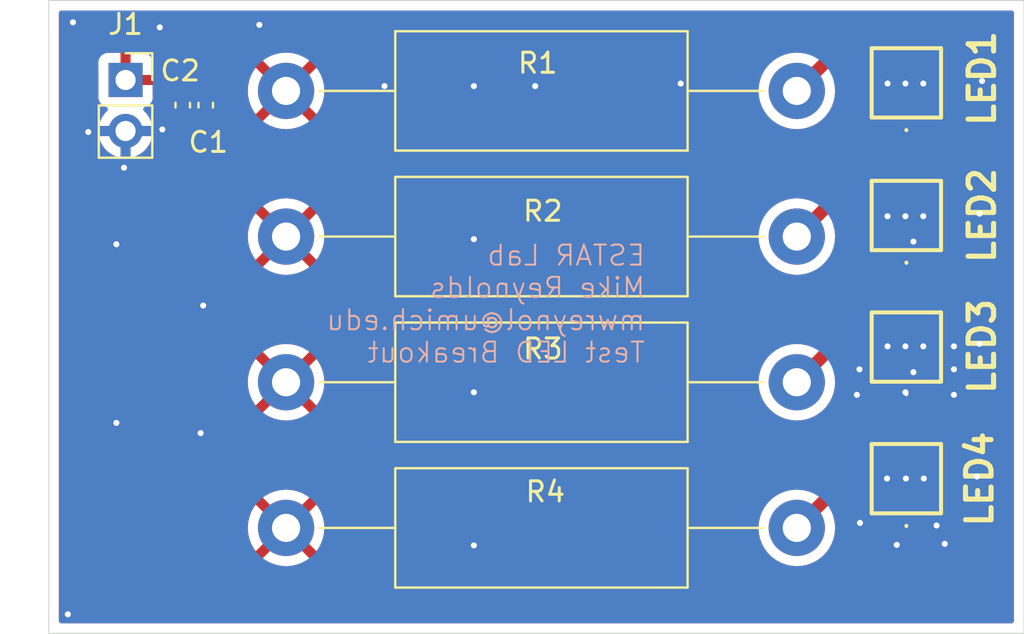
<source format=kicad_pcb>
(kicad_pcb (version 20240108) (generator "pcbnew") (generator_version "8.0")
  (layers (0 "F.Cu" signal) (31 "B.Cu" signal) (34 "B.Paste" user) (35 "F.Paste" user) (36 "B.SilkS" user "B.Silkscreen") (37 "F.SilkS" user "F.Silkscreen") (38 "B.Mask" user) (39 "F.Mask" user) (44 "Edge.Cuts" user))
  (net 0 "")
  (net 1 "VCC")
  (net 2 "GND")
  (net 3 "Net-(LED1-A)")
  (net 4 "Net-(LED2-A)")
  (net 5 "Net-(LED3-A)")
  (net 6 "Net-(LED4-A)")
  (footprint "Capacitor_SMD:C_0402_1005Metric_Pad0.74x0.62mm_HandSolder" (layer "F.Cu") (at 216.662 49.2085 -90)
    (property "Reference" "C2" (at -1.7105 0.127 180) (layer "F.SilkS"))
    (property "Value" "4.7 uF")
    (fp_line (start -0.115835 0.36) (end 0.115835 0.36) (stroke (width 0.12)) (layer "F.SilkS"))
    (fp_line (start -0.115835 -0.36) (end 0.115835 -0.36) (stroke (width 0.12)) (layer "F.SilkS"))
    (pad "1" smd roundrect (at -0.5675 0 270) (size 0.735 0.62) (layers "F.Cu" "F.Paste" "F.Mask") (net 1 "VCC"))
    (pad "2" smd roundrect (at 0.5675 0 270) (size 0.735 0.62) (layers "F.Cu" "F.Paste" "F.Mask") (net 2 "GND"))
  )
  (footprint "Connector_PinSocket_2.54mm:PinSocket_1x02_P2.54mm_Vertical" (layer "F.Cu") (at 213.8172 47.9552)
    (property "Reference" "J1" (at 0 -2.77 0) (layer "F.SilkS"))
    (property "Value" "Conn_01x02_Pin")
    (fp_line (start -1.33 1.27) (end -1.33 3.87) (stroke (width 0.12)) (layer "F.SilkS"))
    (fp_line (start -1.33 1.27) (end 1.33 1.27) (stroke (width 0.12)) (layer "F.SilkS"))
    (fp_line (start -1.33 3.87) (end 1.33 3.87) (stroke (width 0.12)) (layer "F.SilkS"))
    (fp_line (start 0 -1.33) (end 1.33 -1.33) (stroke (width 0.12)) (layer "F.SilkS"))
    (fp_line (start 1.33 -1.33) (end 1.33 0) (stroke (width 0.12)) (layer "F.SilkS"))
    (fp_line (start 1.33 1.27) (end 1.33 3.87) (stroke (width 0.12)) (layer "F.SilkS"))
    (pad "1" thru_hole rect (at 0 0) (size 1.7 1.7) (drill 1) (layers "*.Cu" "*.Mask") (net 1 "VCC"))
    (pad "2" thru_hole oval (at 0 2.54) (size 1.7 1.7) (drill 1) (layers "*.Cu" "*.Mask") (net 2 "GND"))
  )
  (footprint "KiCad:SST10IRB90K85000" (layer "F.Cu") (at 252.65 54.7)
    (property "Reference" "LED2" (at 3.763 0 90) (layer "F.SilkS") (effects (font (size 1.27 1.27) (thickness 0.254))))
    (property "Value" "850" (hide yes))
    (fp_line (start -1.725 -1.725) (end 1.725 -1.725) (stroke (width 0.2)) (layer "F.SilkS"))
    (fp_line (start -1.725 1.725) (end -1.725 -1.725) (stroke (width 0.2)) (layer "F.SilkS"))
    (fp_line (start 0 2.3) (end 0 2.3) (stroke (width 0.1)) (layer "F.SilkS"))
    (fp_line (start 0 2.4) (end 0 2.4) (stroke (width 0.1)) (layer "F.SilkS"))
    (fp_line (start 1.725 -1.725) (end 1.725 1.725) (stroke (width 0.2)) (layer "F.SilkS"))
    (fp_line (start 1.725 1.725) (end -1.725 1.725) (stroke (width 0.2)) (layer "F.SilkS"))
    (fp_arc (start 0 2.3) (mid 0.05 2.35) (end 0 2.4) (stroke (width 0.1)) (layer "F.SilkS"))
    (fp_arc (start 0 2.4) (mid -0.05 2.35) (end 0 2.3) (stroke (width 0.1)) (layer "F.SilkS"))
    (pad "1" smd rect (at 0 1.1 90) (size 0.5 2.7) (layers "F.Cu" "F.Paste" "F.Mask") (net 2 "GND"))
    (pad "2" smd rect (at 0 -1.1 90) (size 0.5 2.7) (layers "F.Cu" "F.Paste" "F.Mask") (net 4 "Net-(LED2-A)"))
    (pad "3" smd rect (at 0 0 90) (size 1 2.7) (layers "F.Cu" "F.Paste" "F.Mask") (net 2 "GND"))
  )
  (footprint "KiCad:SST10IRB90K85000" (layer "F.Cu") (at 252.65 48.1)
    (property "Reference" "LED1" (at 3.763 -0.221 90) (layer "F.SilkS") (effects (font (size 1.27 1.27) (thickness 0.254))))
    (property "Value" "850" (hide yes))
    (fp_line (start -1.725 -1.725) (end 1.725 -1.725) (stroke (width 0.2)) (layer "F.SilkS"))
    (fp_line (start -1.725 1.725) (end -1.725 -1.725) (stroke (width 0.2)) (layer "F.SilkS"))
    (fp_line (start 0 2.3) (end 0 2.3) (stroke (width 0.1)) (layer "F.SilkS"))
    (fp_line (start 0 2.4) (end 0 2.4) (stroke (width 0.1)) (layer "F.SilkS"))
    (fp_line (start 1.725 -1.725) (end 1.725 1.725) (stroke (width 0.2)) (layer "F.SilkS"))
    (fp_line (start 1.725 1.725) (end -1.725 1.725) (stroke (width 0.2)) (layer "F.SilkS"))
    (fp_arc (start 0 2.3) (mid 0.05 2.35) (end 0 2.4) (stroke (width 0.1)) (layer "F.SilkS"))
    (fp_arc (start 0 2.4) (mid -0.05 2.35) (end 0 2.3) (stroke (width 0.1)) (layer "F.SilkS"))
    (pad "1" smd rect (at 0 1.1 90) (size 0.5 2.7) (layers "F.Cu" "F.Paste" "F.Mask") (net 2 "GND"))
    (pad "2" smd rect (at 0 -1.1 90) (size 0.5 2.7) (layers "F.Cu" "F.Paste" "F.Mask") (net 3 "Net-(LED1-A)"))
    (pad "3" smd rect (at 0 0 90) (size 1 2.7) (layers "F.Cu" "F.Paste" "F.Mask") (net 2 "GND"))
  )
  (footprint "Resistor_THT:R_Axial_DIN0614_L14.3mm_D5.7mm_P25.40mm_Horizontal" (layer "F.Cu") (at 221.8 55.75)
    (property "Reference" "R2" (at 12.769 -1.267 0) (layer "F.SilkS"))
    (property "Value" "23")
    (fp_line (start 1.64 0) (end 5.43 0) (stroke (width 0.12)) (layer "F.SilkS"))
    (fp_line (start 5.43 -2.97) (end 5.43 2.97) (stroke (width 0.12)) (layer "F.SilkS"))
    (fp_line (start 5.43 2.97) (end 19.97 2.97) (stroke (width 0.12)) (layer "F.SilkS"))
    (fp_line (start 19.97 -2.97) (end 5.43 -2.97) (stroke (width 0.12)) (layer "F.SilkS"))
    (fp_line (start 19.97 2.97) (end 19.97 -2.97) (stroke (width 0.12)) (layer "F.SilkS"))
    (fp_line (start 23.76 0) (end 19.97 0) (stroke (width 0.12)) (layer "F.SilkS"))
    (pad "1" thru_hole circle (at 0 0) (size 2.8 2.8) (drill 1.4) (layers "*.Cu" "*.Mask") (net 1 "VCC"))
    (pad "2" thru_hole oval (at 25.4 0) (size 2.8 2.8) (drill 1.4) (layers "*.Cu" "*.Mask") (net 4 "Net-(LED2-A)"))
  )
  (footprint "KiCad:SST10IRB90K85000" (layer "F.Cu") (at 252.65 67.8)
    (property "Reference" "LED4" (at 3.636 0.018 90) (layer "F.SilkS") (effects (font (size 1.27 1.27) (thickness 0.254))))
    (property "Value" "640" (hide yes))
    (fp_line (start -1.725 -1.725) (end 1.725 -1.725) (stroke (width 0.2)) (layer "F.SilkS"))
    (fp_line (start -1.725 1.725) (end -1.725 -1.725) (stroke (width 0.2)) (layer "F.SilkS"))
    (fp_line (start 0 2.3) (end 0 2.3) (stroke (width 0.1)) (layer "F.SilkS"))
    (fp_line (start 0 2.4) (end 0 2.4) (stroke (width 0.1)) (layer "F.SilkS"))
    (fp_line (start 1.725 -1.725) (end 1.725 1.725) (stroke (width 0.2)) (layer "F.SilkS"))
    (fp_line (start 1.725 1.725) (end -1.725 1.725) (stroke (width 0.2)) (layer "F.SilkS"))
    (fp_arc (start 0 2.3) (mid 0.05 2.35) (end 0 2.4) (stroke (width 0.1)) (layer "F.SilkS"))
    (fp_arc (start 0 2.4) (mid -0.05 2.35) (end 0 2.3) (stroke (width 0.1)) (layer "F.SilkS"))
    (pad "1" smd rect (at 0 1.1 90) (size 0.5 2.7) (layers "F.Cu" "F.Paste" "F.Mask") (net 2 "GND"))
    (pad "2" smd rect (at 0 -1.1 90) (size 0.5 2.7) (layers "F.Cu" "F.Paste" "F.Mask") (net 6 "Net-(LED4-A)"))
    (pad "3" smd rect (at 0 0 90) (size 1 2.7) (layers "F.Cu" "F.Paste" "F.Mask") (net 2 "GND"))
  )
  (footprint "KiCad:SST10IRB90K85000" (layer "F.Cu") (at 252.65 61.25)
    (property "Reference" "LED3" (at 3.763 -0.036 90) (layer "F.SilkS") (effects (font (size 1.27 1.27) (thickness 0.254))))
    (property "Value" "640" (hide yes))
    (fp_line (start -1.725 -1.725) (end 1.725 -1.725) (stroke (width 0.2)) (layer "F.SilkS"))
    (fp_line (start -1.725 1.725) (end -1.725 -1.725) (stroke (width 0.2)) (layer "F.SilkS"))
    (fp_line (start 0 2.3) (end 0 2.3) (stroke (width 0.1)) (layer "F.SilkS"))
    (fp_line (start 0 2.4) (end 0 2.4) (stroke (width 0.1)) (layer "F.SilkS"))
    (fp_line (start 1.725 -1.725) (end 1.725 1.725) (stroke (width 0.2)) (layer "F.SilkS"))
    (fp_line (start 1.725 1.725) (end -1.725 1.725) (stroke (width 0.2)) (layer "F.SilkS"))
    (fp_arc (start 0 2.3) (mid 0.05 2.35) (end 0 2.4) (stroke (width 0.1)) (layer "F.SilkS"))
    (fp_arc (start 0 2.4) (mid -0.05 2.35) (end 0 2.3) (stroke (width 0.1)) (layer "F.SilkS"))
    (pad "1" smd rect (at 0 1.1 90) (size 0.5 2.7) (layers "F.Cu" "F.Paste" "F.Mask") (net 2 "GND"))
    (pad "2" smd rect (at 0 -1.1 90) (size 0.5 2.7) (layers "F.Cu" "F.Paste" "F.Mask") (net 5 "Net-(LED3-A)"))
    (pad "3" smd rect (at 0 0 90) (size 1 2.7) (layers "F.Cu" "F.Paste" "F.Mask") (net 2 "GND"))
  )
  (footprint "Resistor_THT:R_Axial_DIN0614_L14.3mm_D5.7mm_P25.40mm_Horizontal" (layer "F.Cu") (at 221.8 70.25)
    (property "Reference" "R4" (at 12.896 -1.797 0) (layer "F.SilkS"))
    (property "Value" "35")
    (fp_line (start 1.64 0) (end 5.43 0) (stroke (width 0.12)) (layer "F.SilkS"))
    (fp_line (start 5.43 -2.97) (end 5.43 2.97) (stroke (width 0.12)) (layer "F.SilkS"))
    (fp_line (start 5.43 2.97) (end 19.97 2.97) (stroke (width 0.12)) (layer "F.SilkS"))
    (fp_line (start 19.97 -2.97) (end 5.43 -2.97) (stroke (width 0.12)) (layer "F.SilkS"))
    (fp_line (start 19.97 2.97) (end 19.97 -2.97) (stroke (width 0.12)) (layer "F.SilkS"))
    (fp_line (start 23.76 0) (end 19.97 0) (stroke (width 0.12)) (layer "F.SilkS"))
    (pad "1" thru_hole circle (at 0 0) (size 2.8 2.8) (drill 1.4) (layers "*.Cu" "*.Mask") (net 1 "VCC"))
    (pad "2" thru_hole oval (at 25.4 0) (size 2.8 2.8) (drill 1.4) (layers "*.Cu" "*.Mask") (net 6 "Net-(LED4-A)"))
  )
  (footprint "Capacitor_SMD:C_0402_1005Metric_Pad0.74x0.62mm_HandSolder" (layer "F.Cu") (at 217.805 49.2085 -90)
    (property "Reference" "C1" (at 1.8455 -0.127 180) (layer "F.SilkS"))
    (property "Value" "0.1 uF")
    (fp_line (start -0.115835 0.36) (end 0.115835 0.36) (stroke (width 0.12)) (layer "F.SilkS"))
    (fp_line (start -0.115835 -0.36) (end 0.115835 -0.36) (stroke (width 0.12)) (layer "F.SilkS"))
    (pad "1" smd roundrect (at -0.5675 0 270) (size 0.735 0.62) (layers "F.Cu" "F.Paste" "F.Mask") (net 1 "VCC"))
    (pad "2" smd roundrect (at 0.5675 0 270) (size 0.735 0.62) (layers "F.Cu" "F.Paste" "F.Mask") (net 2 "GND"))
  )
  (footprint "Resistor_THT:R_Axial_DIN0614_L14.3mm_D5.7mm_P25.40mm_Horizontal" (layer "F.Cu") (at 221.8 48.5)
    (property "Reference" "R1" (at 12.515 -1.383 0) (layer "F.SilkS"))
    (property "Value" "23")
    (fp_line (start 1.64 0) (end 5.43 0) (stroke (width 0.12)) (layer "F.SilkS"))
    (fp_line (start 5.43 -2.97) (end 5.43 2.97) (stroke (width 0.12)) (layer "F.SilkS"))
    (fp_line (start 5.43 2.97) (end 19.97 2.97) (stroke (width 0.12)) (layer "F.SilkS"))
    (fp_line (start 19.97 -2.97) (end 5.43 -2.97) (stroke (width 0.12)) (layer "F.SilkS"))
    (fp_line (start 19.97 2.97) (end 19.97 -2.97) (stroke (width 0.12)) (layer "F.SilkS"))
    (fp_line (start 23.76 0) (end 19.97 0) (stroke (width 0.12)) (layer "F.SilkS"))
    (pad "1" thru_hole circle (at 0 0) (size 2.8 2.8) (drill 1.4) (layers "*.Cu" "*.Mask") (net 1 "VCC"))
    (pad "2" thru_hole oval (at 25.4 0) (size 2.8 2.8) (drill 1.4) (layers "*.Cu" "*.Mask") (net 3 "Net-(LED1-A)"))
  )
  (footprint "Resistor_THT:R_Axial_DIN0614_L14.3mm_D5.7mm_P25.40mm_Horizontal" (layer "F.Cu") (at 221.8 63)
    (property "Reference" "R3" (at 12.769 -1.659 0) (layer "F.SilkS"))
    (property "Value" "35")
    (fp_line (start 1.64 0) (end 5.43 0) (stroke (width 0.12)) (layer "F.SilkS"))
    (fp_line (start 5.43 -2.97) (end 5.43 2.97) (stroke (width 0.12)) (layer "F.SilkS"))
    (fp_line (start 5.43 2.97) (end 19.97 2.97) (stroke (width 0.12)) (layer "F.SilkS"))
    (fp_line (start 19.97 -2.97) (end 5.43 -2.97) (stroke (width 0.12)) (layer "F.SilkS"))
    (fp_line (start 19.97 2.97) (end 19.97 -2.97) (stroke (width 0.12)) (layer "F.SilkS"))
    (fp_line (start 23.76 0) (end 19.97 0) (stroke (width 0.12)) (layer "F.SilkS"))
    (pad "1" thru_hole circle (at 0 0) (size 2.8 2.8) (drill 1.4) (layers "*.Cu" "*.Mask") (net 1 "VCC"))
    (pad "2" thru_hole oval (at 25.4 0) (size 2.8 2.8) (drill 1.4) (layers "*.Cu" "*.Mask") (net 5 "Net-(LED3-A)"))
  )
  (gr_rect (start 210 44) (end 258.5 75.5) (stroke (width 0.05)) (fill none) (layer "Edge.Cuts"))
  (gr_text "ESTAR Lab\nMike Reynolds\nmwreynol@umich.edu\nTest LED Breakout" (at 239.7252 62.103 0) (layer "B.SilkS") (effects (font (size 1 1) (thickness 0.1)) (justify left bottom mirror)))
  (segment (start 252.6 68.9) (end 252.5 69) (width 0.2) (layer "F.Cu") (net 2))
  (segment (start 252.65 67.8) (end 252.6574 67.7926) (width 0.2) (layer "F.Cu") (net 2))
  (segment (start 252.6284 67.8216) (end 252.6 67.85) (width 0.2) (layer "F.Cu") (net 2))
  (segment (start 252.6574 67.7926) (end 252.6284 67.7926) (width 0.2) (layer "F.Cu") (net 2))
  (segment (start 252.6284 67.7926) (end 252.6284 67.8216) (width 0.2) (layer "F.Cu") (net 2))
  (via (at 253.492 48.133) (size 0.6) (drill 0.3) (layers "F.Cu" "B.Cu") (net 2))
  (via (at 252.603 61.214) (size 0.6) (drill 0.3) (layers "F.Cu" "B.Cu") (net 2))
  (via (at 211.963 50.546) (size 0.6) (drill 0.3) (layers "F.Cu" "B.Cu") (net 2))
  (via (at 251.714 48.133) (size 0.6) (drill 0.3) (layers "F.Cu" "B.Cu") (net 2))
  (via (at 254.1524 70.1294) (size 0.6) (drill 0.3) (layers "F.Cu" "B.Cu") (net 2))
  (via (at 234.188 48.26) (size 0.6) (drill 0.3) (layers "F.Cu" "B.Cu") (net 2))
  (via (at 241.427 48.133) (size 0.6) (drill 0.3) (layers "F.Cu" "B.Cu") (net 2))
  (via (at 226.695 48.26) (size 0.6) (drill 0.3) (layers "F.Cu" "B.Cu") (net 2))
  (via (at 255.016 61.214) (size 0.6) (drill 0.3) (layers "F.Cu" "B.Cu") (net 2))
  (via (at 253.492 61.214) (size 0.6) (drill 0.3) (layers "F.Cu" "B.Cu") (net 2))
  (via (at 253 56) (size 0.6) (drill 0.3) (layers "F.Cu" "B.Cu") (net 2))
  (via (at 256.413 48.006) (size 0.6) (drill 0.3) (layers "F.Cu" "B.Cu") (net 2))
  (via (at 215.519 45.339) (size 0.6) (drill 0.3) (layers "F.Cu" "B.Cu") (net 2))
  (via (at 253 62.5) (size 0.6) (drill 0.3) (layers "F.Cu" "B.Cu") (net 2))
  (via (at 251.714 61.214) (size 0.6) (drill 0.3) (layers "F.Cu" "B.Cu") (net 2))
  (via (at 250.3424 70.0024) (size 0.6) (drill 0.3) (layers "F.Cu" "B.Cu") (net 2))
  (via (at 252.1712 71.0946) (size 0.6) (drill 0.3) (layers "F.Cu" "B.Cu") (net 2))
  (via (at 252.6284 67.7926) (size 0.6) (drill 0.3) (layers "F.Cu" "B.Cu") (net 2))
  (via (at 256.159 67.691) (size 0.6) (drill 0.3) (layers "F.Cu" "B.Cu") (net 2))
  (via (at 231.14 55.88) (size 0.6) (drill 0.3) (layers "F.Cu" "B.Cu") (net 2))
  (via (at 213.36 65.024) (size 0.6) (drill 0.3) (layers "F.Cu" "B.Cu") (net 2))
  (via (at 231.14 71.12) (size 0.6) (drill 0.3) (layers "F.Cu" "B.Cu") (net 2))
  (via (at 231.14 63.5) (size 0.6) (drill 0.3) (layers "F.Cu" "B.Cu") (net 2))
  (via (at 251.6886 67.7926) (size 0.6) (drill 0.3) (layers "F.Cu" "B.Cu") (net 2))
  (via (at 213.36 56.134) (size 0.6) (drill 0.3) (layers "F.Cu" "B.Cu") (net 2))
  (via (at 253.5174 67.7926) (size 0.6) (drill 0.3) (layers "F.Cu" "B.Cu") (net 2))
  (via (at 217.551 65.532) (size 0.6) (drill 0.3) (layers "F.Cu" "B.Cu") (net 2))
  (via (at 253.492 54.737) (size 0.6) (drill 0.3) (layers "F.Cu" "B.Cu") (net 2))
  (via (at 215.646 50.419) (size 0.6) (drill 0.3) (layers "F.Cu" "B.Cu") (net 2))
  (via (at 252.603 48.133) (size 0.6) (drill 0.3) (layers "F.Cu" "B.Cu") (net 2))
  (via (at 252.603 54.737) (size 0.6) (drill 0.3) (layers "F.Cu" "B.Cu") (net 2))
  (via (at 211.201 45.085) (size 0.6) (drill 0.3) (layers "F.Cu" "B.Cu") (net 2))
  (via (at 256.286 61.087) (size 0.6) (drill 0.3) (layers "F.Cu" "B.Cu") (net 2))
  (via (at 254.5588 71.0438) (size 0.6) (drill 0.3) (layers "F.Cu" "B.Cu") (net 2))
  (via (at 252.603 63.5) (size 0.6) (drill 0.3) (layers "F.Cu" "B.Cu") (net 2))
  (via (at 231.14 48.26) (size 0.6) (drill 0.3) (layers "F.Cu" "B.Cu") (net 2))
  (via (at 251.714 54.737) (size 0.6) (drill 0.3) (layers "F.Cu" "B.Cu") (net 2))
  (via (at 217.678 59.182) (size 0.6) (drill 0.3) (layers "F.Cu" "B.Cu") (net 2))
  (via (at 250.19 63.627) (size 0.6) (drill 0.3) (layers "F.Cu" "B.Cu") (net 2))
  (via (at 255.016 63.627) (size 0.6) (drill 0.3) (layers "F.Cu" "B.Cu") (net 2))
  (via (at 220.472 45.212) (size 0.6) (drill 0.3) (layers "F.Cu" "B.Cu") (net 2))
  (via (at 255.016 62.357) (size 0.6) (drill 0.3) (layers "F.Cu" "B.Cu") (net 2))
  (via (at 213.741 52.324) (size 0.6) (drill 0.3) (layers "F.Cu" "B.Cu") (net 2))
  (via (at 256.286 54.61) (size 0.6) (drill 0.3) (layers "F.Cu" "B.Cu") (net 2))
  (via (at 210.947 74.549) (size 0.6) (drill 0.3) (layers "F.Cu" "B.Cu") (net 2))
  (via (at 250.317 62.357) (size 0.6) (drill 0.3) (layers "F.Cu" "B.Cu") (net 2))
  (segment (start 248.65 47.05) (end 252.65 47.05) (width 0.635) (layer "F.Cu") (net 3))
  (segment (start 247.2 48.5) (end 248.65 47.05) (width 0.635) (layer "F.Cu") (net 3))
  (segment (start 249.35 53.6) (end 252.65 53.6) (width 0.635) (layer "F.Cu") (net 4))
  (segment (start 247.2 55.75) (end 249.35 53.6) (width 0.635) (layer "F.Cu") (net 4))
  (segment (start 247.2 63) (end 250.05 60.15) (width 0.635) (layer "F.Cu") (net 5))
  (segment (start 250.05 60.15) (end 252.65 60.15) (width 0.635) (layer "F.Cu") (net 5))
  (segment (start 250.75 66.7) (end 252.65 66.7) (width 0.635) (layer "F.Cu") (net 6))
  (segment (start 247.2 70.25) (end 250.75 66.7) (width 0.635) (layer "F.Cu") (net 6))
  (zone (net 1) (net_name "VCC") (layer "F.Cu") (priority 4) (connect_pads (clearance 0.5)) (min_thickness 0.25) (fill yes (thermal_gap 0.5) (thermal_bridge_width 0.5))
    (polygon (pts (xy 212.471 48.895) (xy 212.471 46.228) (xy 223.012 46.228) (xy 224.663 47.879) (xy 224.663 70.739) (xy 223.012 72.39) (xy 220.345 72.39) (xy 218.948 70.993) (xy 218.948 48.895)))
  )
  (zone (net 2) (net_name "GND") (layer "F.Cu") (priority 3) (connect_pads (clearance 0.5)) (min_thickness 0.25) (fill yes (thermal_gap 0.5) (thermal_bridge_width 0.5))
    (polygon (pts (xy 210.058 44.069) (xy 258.445 44.069) (xy 258.445 75.438) (xy 210.058 75.438)))
  )
  (zone (net 2) (net_name "GND") (layer "B.Cu") (priority 1) (connect_pads (clearance 0.5)) (min_thickness 0.25) (fill yes (thermal_gap 0.5) (thermal_bridge_width 0.5))
    (polygon (pts (xy 210.058 44.069) (xy 258.445 44.069) (xy 258.445 75.438) (xy 210.058 75.438)))
  )
)
</source>
